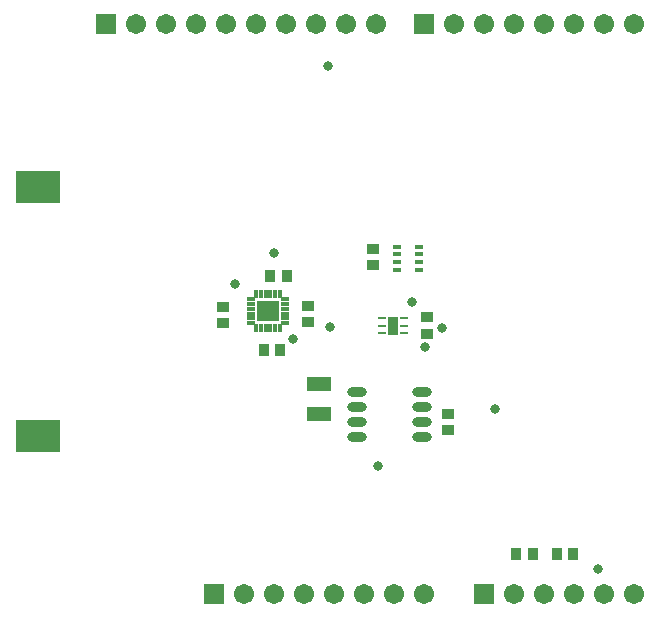
<source format=gts>
%FSLAX25Y25*%
%MOIN*%
G70*
G01*
G75*
G04 Layer_Color=8388736*
%ADD10R,0.02953X0.01378*%
%ADD11R,0.13780X0.10236*%
%ADD12R,0.02756X0.03543*%
%ADD13R,0.02953X0.03150*%
%ADD14R,0.03150X0.02953*%
%ADD15R,0.03543X0.02756*%
%ADD16R,0.02559X0.05315*%
%ADD17R,0.02953X0.00984*%
%ADD18O,0.01969X0.00787*%
%ADD19O,0.00787X0.01969*%
%ADD20R,0.06693X0.06063*%
%ADD21O,0.05709X0.02362*%
%ADD22R,0.07087X0.03937*%
%ADD23C,0.00598*%
%ADD24C,0.02016*%
%ADD25C,0.01000*%
%ADD26C,0.05906*%
%ADD27R,0.05906X0.05906*%
%ADD28C,0.02362*%
%ADD29C,0.00394*%
%ADD30C,0.00984*%
%ADD31C,0.02362*%
%ADD32C,0.00600*%
%ADD33C,0.00787*%
%ADD34R,0.14579X0.11036*%
%ADD35R,0.03556X0.04343*%
%ADD36R,0.03753X0.03950*%
%ADD37R,0.03950X0.03753*%
%ADD38R,0.04343X0.03556*%
%ADD39R,0.03359X0.06115*%
%ADD40O,0.02769X0.01587*%
%ADD41O,0.01587X0.02769*%
%ADD42R,0.07493X0.06863*%
%ADD43O,0.06509X0.03162*%
%ADD44R,0.07887X0.04737*%
%ADD45C,0.06706*%
%ADD46R,0.06706X0.06706*%
%ADD47C,0.03162*%
D10*
X166929Y125839D02*
D03*
Y123280D02*
D03*
Y120721D02*
D03*
Y118161D02*
D03*
X174528Y125839D02*
D03*
Y123280D02*
D03*
Y120721D02*
D03*
Y118161D02*
D03*
D17*
X169547Y96941D02*
D03*
Y99500D02*
D03*
Y102059D02*
D03*
X161909Y96941D02*
D03*
Y99500D02*
D03*
Y102059D02*
D03*
D34*
X47244Y145866D02*
D03*
Y62795D02*
D03*
D35*
X124744Y116000D02*
D03*
X130256D02*
D03*
X206744Y23500D02*
D03*
X212256D02*
D03*
X225756D02*
D03*
X220244D02*
D03*
D36*
X122843Y91500D02*
D03*
X128157D02*
D03*
D37*
X159000Y119843D02*
D03*
Y125157D02*
D03*
X184000Y70157D02*
D03*
Y64842D02*
D03*
X137500Y100842D02*
D03*
Y106158D02*
D03*
X109000Y100343D02*
D03*
Y105657D02*
D03*
D38*
X177000Y102256D02*
D03*
Y96744D02*
D03*
D39*
X165728Y99500D02*
D03*
D40*
X118307Y108268D02*
D03*
Y106693D02*
D03*
Y105118D02*
D03*
Y103543D02*
D03*
Y101969D02*
D03*
Y100394D02*
D03*
X129724D02*
D03*
Y101969D02*
D03*
Y103543D02*
D03*
Y105118D02*
D03*
Y106693D02*
D03*
Y108268D02*
D03*
D41*
X120079Y98622D02*
D03*
X121654D02*
D03*
X123228D02*
D03*
X124803D02*
D03*
X126378D02*
D03*
X127953D02*
D03*
Y110039D02*
D03*
X126378D02*
D03*
X124803D02*
D03*
X123228D02*
D03*
X121654D02*
D03*
X120079D02*
D03*
D42*
X124016Y104331D02*
D03*
D43*
X153772Y77500D02*
D03*
Y72500D02*
D03*
Y67500D02*
D03*
Y62500D02*
D03*
X175228Y77500D02*
D03*
Y72500D02*
D03*
Y67500D02*
D03*
Y62500D02*
D03*
D44*
X141000Y79921D02*
D03*
Y70079D02*
D03*
D45*
X175906Y10000D02*
D03*
X165906D02*
D03*
X155906D02*
D03*
X145906D02*
D03*
X135906D02*
D03*
X125906D02*
D03*
X115906D02*
D03*
X245906D02*
D03*
X235906D02*
D03*
X225906D02*
D03*
X215906D02*
D03*
X205906D02*
D03*
X79921Y200000D02*
D03*
X99921D02*
D03*
X109921D02*
D03*
X119921D02*
D03*
X129921D02*
D03*
X139921D02*
D03*
X149921D02*
D03*
X159921D02*
D03*
X89921D02*
D03*
X245906D02*
D03*
X235906D02*
D03*
X225906D02*
D03*
X215906D02*
D03*
X205906D02*
D03*
X195906D02*
D03*
X185906D02*
D03*
D46*
X105906Y10000D02*
D03*
X195906D02*
D03*
X69921Y200000D02*
D03*
X175906D02*
D03*
D47*
X113000Y113500D02*
D03*
X181900Y98600D02*
D03*
X172000Y107300D02*
D03*
X125900Y123700D02*
D03*
X143900Y185900D02*
D03*
X144700Y98900D02*
D03*
X234100Y18500D02*
D03*
X199800Y71800D02*
D03*
X160675Y52625D02*
D03*
X132447Y94997D02*
D03*
X176300Y92500D02*
D03*
M02*

</source>
